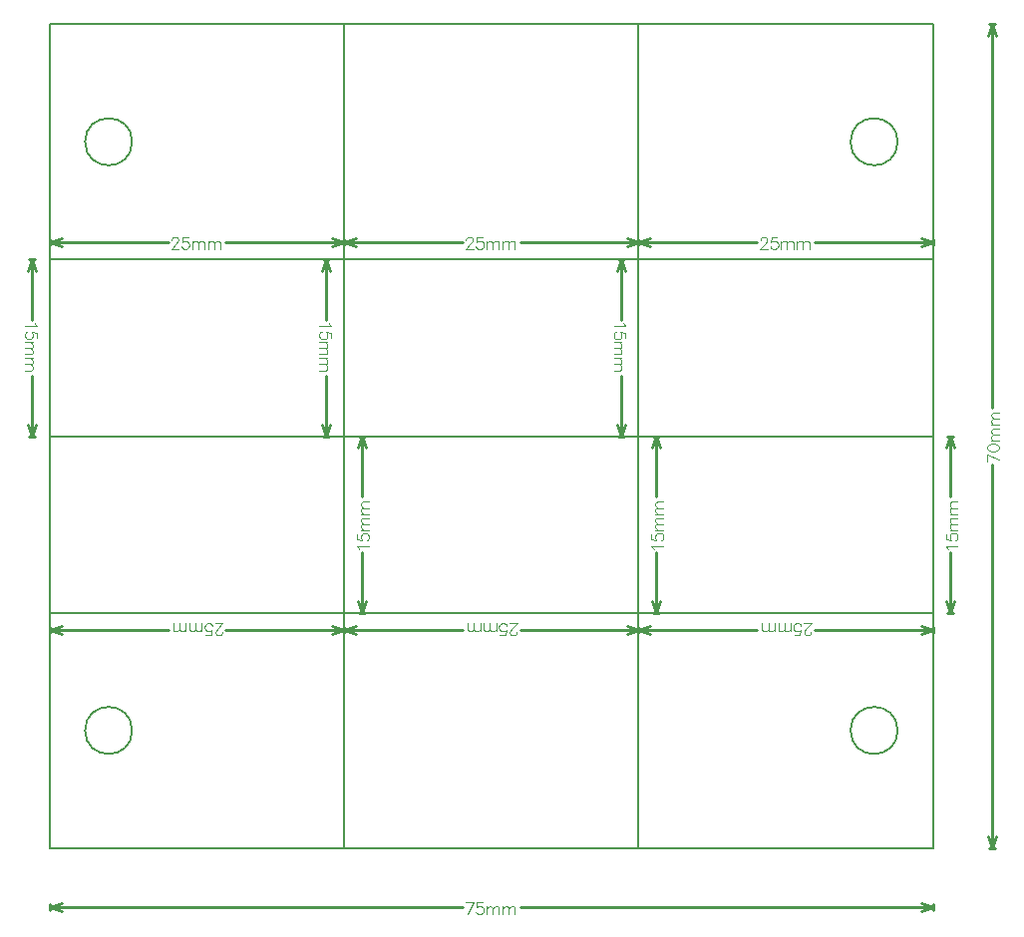
<source format=gko>
G04*
G04 #@! TF.GenerationSoftware,Altium Limited,Altium Designer,21.1.0 (24)*
G04*
G04 Layer_Color=16711935*
%FSLAX25Y25*%
%MOIN*%
G70*
G04*
G04 #@! TF.SameCoordinates,3801A82C-AC67-41FB-AA52-F7C80330A8D8*
G04*
G04*
G04 #@! TF.FilePolarity,Positive*
G04*
G01*
G75*
%ADD34C,0.00500*%
%ADD35C,0.00394*%
%ADD58C,0.01000*%
%ADD59C,0.00500*%
D34*
X283465Y39369D02*
G03*
X283465Y39369I-7874J0D01*
G01*
X27559D02*
G03*
X27559Y39369I-7874J0D01*
G01*
Y236221D02*
G03*
X27559Y236221I-7874J0D01*
G01*
X283465Y236220D02*
G03*
X283465Y236220I-7874J0D01*
G01*
X1Y0D02*
Y78740D01*
X0Y0D02*
X295276D01*
Y78740D01*
X98425Y0D02*
X98425Y275590D01*
X295275Y98425D02*
X295275Y78741D01*
X295274Y118111D02*
X295274Y98427D01*
X295275Y137795D02*
X295275Y118111D01*
X295273Y157482D02*
X295273Y137798D01*
X295274Y177166D02*
X295274Y157482D01*
X295275Y196850D02*
X295275Y177166D01*
X-1Y98425D02*
X-1Y78741D01*
X-2Y118111D02*
X-2Y98427D01*
X-1Y137795D02*
X-1Y118111D01*
X-2Y157482D02*
X-2Y137798D01*
X-2Y177166D02*
X-2Y157482D01*
X-1Y196850D02*
X-1Y177166D01*
X1Y78740D02*
X295276D01*
X1Y196850D02*
X295277D01*
X1D02*
Y216535D01*
X196850Y0D02*
X196850Y275590D01*
X1Y137795D02*
X295277D01*
X2Y275590D02*
X295277D01*
X2Y216535D02*
Y275590D01*
X295277Y196850D02*
Y275590D01*
X295276Y78740D02*
X196851D01*
X196851Y78740D02*
Y137795D01*
X196851Y78740D02*
Y137795D01*
X295276Y137795D02*
X196851D01*
X295276Y78740D02*
Y137795D01*
X196851Y78740D02*
X98426D01*
X98426Y78740D02*
Y137795D01*
X98426Y78740D02*
Y137795D01*
X196851Y137795D02*
X98426D01*
X196851Y78740D02*
Y137795D01*
X98426Y78740D02*
X1D01*
X1Y78740D02*
Y137795D01*
X1Y78740D02*
Y137795D01*
X98426Y137795D02*
X1D01*
X98426Y78740D02*
Y137795D01*
X1Y196850D02*
X98426D01*
X98426Y196850D02*
Y137795D01*
X98426Y196850D02*
Y137795D01*
X1Y137795D02*
X98426D01*
X1Y196850D02*
Y137795D01*
X98426Y196850D02*
X196851D01*
X196851Y196850D02*
Y137795D01*
X196851Y196850D02*
Y137795D01*
X98426Y137795D02*
X196851D01*
X98426Y196850D02*
Y137795D01*
X196851Y196850D02*
X295276D01*
X295276Y196850D02*
Y137795D01*
X295276Y196850D02*
Y137795D01*
X196851Y137795D02*
X295276D01*
X196851Y196850D02*
Y137795D01*
D35*
X141621Y-18111D02*
X139747Y-22047D01*
X138997Y-18111D02*
X141621D01*
X144751D02*
X142877D01*
X142689Y-19798D01*
X142877Y-19610D01*
X143439Y-19423D01*
X144001D01*
X144564Y-19610D01*
X144939Y-19985D01*
X145126Y-20547D01*
Y-20922D01*
X144939Y-21485D01*
X144564Y-21859D01*
X144001Y-22047D01*
X143439D01*
X142877Y-21859D01*
X142689Y-21672D01*
X142502Y-21297D01*
X146007Y-19423D02*
Y-22047D01*
Y-20173D02*
X146569Y-19610D01*
X146944Y-19423D01*
X147506D01*
X147881Y-19610D01*
X148069Y-20173D01*
Y-22047D01*
Y-20173D02*
X148631Y-19610D01*
X149006Y-19423D01*
X149568D01*
X149943Y-19610D01*
X150131Y-20173D01*
Y-22047D01*
X151368Y-19423D02*
Y-22047D01*
Y-20173D02*
X151930Y-19610D01*
X152305Y-19423D01*
X152867D01*
X153242Y-19610D01*
X153429Y-20173D01*
Y-22047D01*
Y-20173D02*
X153992Y-19610D01*
X154367Y-19423D01*
X154929D01*
X155304Y-19610D01*
X155491Y-20173D01*
Y-22047D01*
X313386Y131779D02*
X317322Y129904D01*
X313386Y129154D02*
Y131779D01*
Y133784D02*
X313574Y133222D01*
X314136Y132847D01*
X315073Y132659D01*
X315635D01*
X316573Y132847D01*
X317135Y133222D01*
X317322Y133784D01*
Y134159D01*
X317135Y134721D01*
X316573Y135096D01*
X315635Y135284D01*
X315073D01*
X314136Y135096D01*
X313574Y134721D01*
X313386Y134159D01*
Y133784D01*
X314698Y136164D02*
X317322D01*
X315448D02*
X314886Y136727D01*
X314698Y137102D01*
Y137664D01*
X314886Y138039D01*
X315448Y138226D01*
X317322D01*
X315448D02*
X314886Y138789D01*
X314698Y139163D01*
Y139726D01*
X314886Y140101D01*
X315448Y140288D01*
X317322D01*
X314698Y141525D02*
X317322D01*
X315448D02*
X314886Y142087D01*
X314698Y142462D01*
Y143025D01*
X314886Y143400D01*
X315448Y143587D01*
X317322D01*
X315448D02*
X314886Y144149D01*
X314698Y144524D01*
Y145087D01*
X314886Y145461D01*
X315448Y145649D01*
X317322D01*
X254517Y72197D02*
Y72010D01*
X254330Y71635D01*
X254142Y71448D01*
X253767Y71260D01*
X253018D01*
X252643Y71448D01*
X252455Y71635D01*
X252268Y72010D01*
Y72385D01*
X252455Y72760D01*
X252830Y73322D01*
X254705Y75196D01*
X252080D01*
X248950Y71260D02*
X250825D01*
X251012Y72947D01*
X250825Y72760D01*
X250262Y72572D01*
X249700D01*
X249138Y72760D01*
X248763Y73135D01*
X248575Y73697D01*
Y74072D01*
X248763Y74634D01*
X249138Y75009D01*
X249700Y75196D01*
X250262D01*
X250825Y75009D01*
X251012Y74822D01*
X251200Y74447D01*
X247694Y72572D02*
Y75196D01*
Y73322D02*
X247132Y72760D01*
X246757Y72572D01*
X246195D01*
X245820Y72760D01*
X245633Y73322D01*
Y75196D01*
Y73322D02*
X245070Y72760D01*
X244696Y72572D01*
X244133D01*
X243758Y72760D01*
X243571Y73322D01*
Y75196D01*
X242334Y72572D02*
Y75196D01*
Y73322D02*
X241772Y72760D01*
X241397Y72572D01*
X240834D01*
X240459Y72760D01*
X240272Y73322D01*
Y75196D01*
Y73322D02*
X239710Y72760D01*
X239335Y72572D01*
X238773D01*
X238398Y72760D01*
X238210Y73322D01*
Y75196D01*
X300357Y99936D02*
X300170Y100311D01*
X299607Y100873D01*
X303544D01*
X299607Y105072D02*
Y103198D01*
X301294Y103010D01*
X301107Y103198D01*
X300920Y103760D01*
Y104322D01*
X301107Y104884D01*
X301482Y105259D01*
X302044Y105447D01*
X302419D01*
X302981Y105259D01*
X303356Y104884D01*
X303544Y104322D01*
Y103760D01*
X303356Y103198D01*
X303169Y103010D01*
X302794Y102823D01*
X300920Y106328D02*
X303544D01*
X301669D02*
X301107Y106890D01*
X300920Y107265D01*
Y107827D01*
X301107Y108202D01*
X301669Y108389D01*
X303544D01*
X301669D02*
X301107Y108952D01*
X300920Y109327D01*
Y109889D01*
X301107Y110264D01*
X301669Y110451D01*
X303544D01*
X300920Y111688D02*
X303544D01*
X301669D02*
X301107Y112251D01*
X300920Y112626D01*
Y113188D01*
X301107Y113563D01*
X301669Y113750D01*
X303544D01*
X301669D02*
X301107Y114312D01*
X300920Y114687D01*
Y115250D01*
X301107Y115624D01*
X301669Y115812D01*
X303544D01*
X156092Y72197D02*
Y72010D01*
X155905Y71635D01*
X155717Y71448D01*
X155342Y71260D01*
X154593D01*
X154218Y71448D01*
X154030Y71635D01*
X153843Y72010D01*
Y72385D01*
X154030Y72760D01*
X154405Y73322D01*
X156280Y75196D01*
X153655D01*
X150525Y71260D02*
X152400D01*
X152587Y72947D01*
X152400Y72760D01*
X151837Y72572D01*
X151275D01*
X150713Y72760D01*
X150338Y73135D01*
X150150Y73697D01*
Y74072D01*
X150338Y74634D01*
X150713Y75009D01*
X151275Y75196D01*
X151837D01*
X152400Y75009D01*
X152587Y74822D01*
X152774Y74447D01*
X149269Y72572D02*
Y75196D01*
Y73322D02*
X148707Y72760D01*
X148332Y72572D01*
X147770D01*
X147395Y72760D01*
X147207Y73322D01*
Y75196D01*
Y73322D02*
X146645Y72760D01*
X146270Y72572D01*
X145708D01*
X145333Y72760D01*
X145146Y73322D01*
Y75196D01*
X143909Y72572D02*
Y75196D01*
Y73322D02*
X143346Y72760D01*
X142972Y72572D01*
X142409D01*
X142034Y72760D01*
X141847Y73322D01*
Y75196D01*
Y73322D02*
X141285Y72760D01*
X140910Y72572D01*
X140347D01*
X139972Y72760D01*
X139785Y73322D01*
Y75196D01*
X201932Y99936D02*
X201745Y100311D01*
X201182Y100873D01*
X205118D01*
X201182Y105072D02*
Y103198D01*
X202869Y103010D01*
X202682Y103198D01*
X202494Y103760D01*
Y104322D01*
X202682Y104884D01*
X203057Y105259D01*
X203619Y105447D01*
X203994D01*
X204556Y105259D01*
X204931Y104884D01*
X205118Y104322D01*
Y103760D01*
X204931Y103198D01*
X204744Y103010D01*
X204369Y102823D01*
X202494Y106328D02*
X205118D01*
X203244D02*
X202682Y106890D01*
X202494Y107265D01*
Y107827D01*
X202682Y108202D01*
X203244Y108389D01*
X205118D01*
X203244D02*
X202682Y108952D01*
X202494Y109327D01*
Y109889D01*
X202682Y110264D01*
X203244Y110451D01*
X205118D01*
X202494Y111688D02*
X205118D01*
X203244D02*
X202682Y112251D01*
X202494Y112626D01*
Y113188D01*
X202682Y113563D01*
X203244Y113750D01*
X205118D01*
X203244D02*
X202682Y114312D01*
X202494Y114687D01*
Y115250D01*
X202682Y115624D01*
X203244Y115812D01*
X205118D01*
X57667Y72197D02*
Y72010D01*
X57479Y71635D01*
X57292Y71448D01*
X56917Y71260D01*
X56167D01*
X55792Y71448D01*
X55605Y71635D01*
X55418Y72010D01*
Y72385D01*
X55605Y72760D01*
X55980Y73322D01*
X57854Y75196D01*
X55230D01*
X52100Y71260D02*
X53974D01*
X54162Y72947D01*
X53974Y72760D01*
X53412Y72572D01*
X52850D01*
X52287Y72760D01*
X51912Y73135D01*
X51725Y73697D01*
Y74072D01*
X51912Y74634D01*
X52287Y75009D01*
X52850Y75196D01*
X53412D01*
X53974Y75009D01*
X54162Y74822D01*
X54349Y74447D01*
X50844Y72572D02*
Y75196D01*
Y73322D02*
X50282Y72760D01*
X49907Y72572D01*
X49345D01*
X48970Y72760D01*
X48782Y73322D01*
Y75196D01*
Y73322D02*
X48220Y72760D01*
X47845Y72572D01*
X47283D01*
X46908Y72760D01*
X46720Y73322D01*
Y75196D01*
X45483Y72572D02*
Y75196D01*
Y73322D02*
X44921Y72760D01*
X44546Y72572D01*
X43984D01*
X43609Y72760D01*
X43422Y73322D01*
Y75196D01*
Y73322D02*
X42859Y72760D01*
X42485Y72572D01*
X41922D01*
X41547Y72760D01*
X41360Y73322D01*
Y75196D01*
X103507Y99936D02*
X103319Y100311D01*
X102757Y100873D01*
X106693D01*
X102757Y105072D02*
Y103198D01*
X104444Y103010D01*
X104257Y103198D01*
X104069Y103760D01*
Y104322D01*
X104257Y104884D01*
X104631Y105259D01*
X105194Y105447D01*
X105569D01*
X106131Y105259D01*
X106506Y104884D01*
X106693Y104322D01*
Y103760D01*
X106506Y103198D01*
X106318Y103010D01*
X105944Y102823D01*
X104069Y106328D02*
X106693D01*
X104819D02*
X104257Y106890D01*
X104069Y107265D01*
Y107827D01*
X104257Y108202D01*
X104819Y108389D01*
X106693D01*
X104819D02*
X104257Y108952D01*
X104069Y109327D01*
Y109889D01*
X104257Y110264D01*
X104819Y110451D01*
X106693D01*
X104069Y111688D02*
X106693D01*
X104819D02*
X104257Y112251D01*
X104069Y112626D01*
Y113188D01*
X104257Y113563D01*
X104819Y113750D01*
X106693D01*
X104819D02*
X104257Y114312D01*
X104069Y114687D01*
Y115250D01*
X104257Y115624D01*
X104819Y115812D01*
X106693D01*
X40760Y203393D02*
Y203580D01*
X40947Y203955D01*
X41135Y204143D01*
X41510Y204330D01*
X42259D01*
X42634Y204143D01*
X42822Y203955D01*
X43009Y203580D01*
Y203206D01*
X42822Y202831D01*
X42447Y202269D01*
X40573Y200394D01*
X43197D01*
X46327Y204330D02*
X44452D01*
X44265Y202643D01*
X44452Y202831D01*
X45015Y203018D01*
X45577D01*
X46139Y202831D01*
X46514Y202456D01*
X46702Y201894D01*
Y201519D01*
X46514Y200956D01*
X46139Y200582D01*
X45577Y200394D01*
X45015D01*
X44452Y200582D01*
X44265Y200769D01*
X44078Y201144D01*
X47583Y203018D02*
Y200394D01*
Y202269D02*
X48145Y202831D01*
X48520Y203018D01*
X49082D01*
X49457Y202831D01*
X49644Y202269D01*
Y200394D01*
Y202269D02*
X50207Y202831D01*
X50582Y203018D01*
X51144D01*
X51519Y202831D01*
X51706Y202269D01*
Y200394D01*
X52943Y203018D02*
Y200394D01*
Y202269D02*
X53506Y202831D01*
X53881Y203018D01*
X54443D01*
X54818Y202831D01*
X55005Y202269D01*
Y200394D01*
Y202269D02*
X55567Y202831D01*
X55942Y203018D01*
X56505D01*
X56879Y202831D01*
X57067Y202269D01*
Y200394D01*
X-5080Y175654D02*
X-4893Y175280D01*
X-4330Y174717D01*
X-8266D01*
X-4330Y170519D02*
Y172393D01*
X-6017Y172581D01*
X-5830Y172393D01*
X-5642Y171831D01*
Y171268D01*
X-5830Y170706D01*
X-6205Y170331D01*
X-6767Y170144D01*
X-7142D01*
X-7704Y170331D01*
X-8079Y170706D01*
X-8266Y171268D01*
Y171831D01*
X-8079Y172393D01*
X-7892Y172581D01*
X-7517Y172768D01*
X-5642Y169263D02*
X-8266D01*
X-6392D02*
X-5830Y168701D01*
X-5642Y168326D01*
Y167763D01*
X-5830Y167388D01*
X-6392Y167201D01*
X-8266D01*
X-6392D02*
X-5830Y166639D01*
X-5642Y166264D01*
Y165702D01*
X-5830Y165327D01*
X-6392Y165139D01*
X-8266D01*
X-5642Y163902D02*
X-8266D01*
X-6392D02*
X-5830Y163340D01*
X-5642Y162965D01*
Y162403D01*
X-5830Y162028D01*
X-6392Y161840D01*
X-8266D01*
X-6392D02*
X-5830Y161278D01*
X-5642Y160903D01*
Y160341D01*
X-5830Y159966D01*
X-6392Y159779D01*
X-8266D01*
X139185Y203393D02*
Y203580D01*
X139373Y203955D01*
X139560Y204143D01*
X139935Y204330D01*
X140685D01*
X141060Y204143D01*
X141247Y203955D01*
X141434Y203580D01*
Y203206D01*
X141247Y202831D01*
X140872Y202269D01*
X138998Y200394D01*
X141622D01*
X144752Y204330D02*
X142878D01*
X142690Y202643D01*
X142878Y202831D01*
X143440Y203018D01*
X144002D01*
X144564Y202831D01*
X144939Y202456D01*
X145127Y201894D01*
Y201519D01*
X144939Y200956D01*
X144564Y200582D01*
X144002Y200394D01*
X143440D01*
X142878Y200582D01*
X142690Y200769D01*
X142503Y201144D01*
X146008Y203018D02*
Y200394D01*
Y202269D02*
X146570Y202831D01*
X146945Y203018D01*
X147507D01*
X147882Y202831D01*
X148070Y202269D01*
Y200394D01*
Y202269D02*
X148632Y202831D01*
X149007Y203018D01*
X149569D01*
X149944Y202831D01*
X150131Y202269D01*
Y200394D01*
X151368Y203018D02*
Y200394D01*
Y202269D02*
X151931Y202831D01*
X152306Y203018D01*
X152868D01*
X153243Y202831D01*
X153430Y202269D01*
Y200394D01*
Y202269D02*
X153993Y202831D01*
X154367Y203018D01*
X154930D01*
X155305Y202831D01*
X155492Y202269D01*
Y200394D01*
X93345Y175654D02*
X93533Y175280D01*
X94095Y174717D01*
X90159D01*
X94095Y170519D02*
Y172393D01*
X92408Y172581D01*
X92595Y172393D01*
X92783Y171831D01*
Y171268D01*
X92595Y170706D01*
X92220Y170331D01*
X91658Y170144D01*
X91283D01*
X90721Y170331D01*
X90346Y170706D01*
X90159Y171268D01*
Y171831D01*
X90346Y172393D01*
X90534Y172581D01*
X90908Y172768D01*
X92783Y169263D02*
X90159D01*
X92033D02*
X92595Y168701D01*
X92783Y168326D01*
Y167763D01*
X92595Y167388D01*
X92033Y167201D01*
X90159D01*
X92033D02*
X92595Y166639D01*
X92783Y166264D01*
Y165702D01*
X92595Y165327D01*
X92033Y165139D01*
X90159D01*
X92783Y163902D02*
X90159D01*
X92033D02*
X92595Y163340D01*
X92783Y162965D01*
Y162403D01*
X92595Y162028D01*
X92033Y161840D01*
X90159D01*
X92033D02*
X92595Y161278D01*
X92783Y160903D01*
Y160341D01*
X92595Y159966D01*
X92033Y159779D01*
X90159D01*
X237610Y203393D02*
Y203580D01*
X237798Y203955D01*
X237985Y204143D01*
X238360Y204330D01*
X239110D01*
X239485Y204143D01*
X239672Y203955D01*
X239860Y203580D01*
Y203206D01*
X239672Y202831D01*
X239297Y202269D01*
X237423Y200394D01*
X240047D01*
X243177Y204330D02*
X241303D01*
X241115Y202643D01*
X241303Y202831D01*
X241865Y203018D01*
X242427D01*
X242990Y202831D01*
X243365Y202456D01*
X243552Y201894D01*
Y201519D01*
X243365Y200956D01*
X242990Y200582D01*
X242427Y200394D01*
X241865D01*
X241303Y200582D01*
X241115Y200769D01*
X240928Y201144D01*
X244433Y203018D02*
Y200394D01*
Y202269D02*
X244995Y202831D01*
X245370Y203018D01*
X245933D01*
X246307Y202831D01*
X246495Y202269D01*
Y200394D01*
Y202269D02*
X247057Y202831D01*
X247432Y203018D01*
X247994D01*
X248369Y202831D01*
X248557Y202269D01*
Y200394D01*
X249794Y203018D02*
Y200394D01*
Y202269D02*
X250356Y202831D01*
X250731Y203018D01*
X251293D01*
X251668Y202831D01*
X251855Y202269D01*
Y200394D01*
Y202269D02*
X252418Y202831D01*
X252793Y203018D01*
X253355D01*
X253730Y202831D01*
X253917Y202269D01*
Y200394D01*
X191770Y175654D02*
X191958Y175280D01*
X192520Y174717D01*
X188584D01*
X192520Y170519D02*
Y172393D01*
X190833Y172581D01*
X191021Y172393D01*
X191208Y171831D01*
Y171268D01*
X191021Y170706D01*
X190646Y170331D01*
X190083Y170144D01*
X189708D01*
X189146Y170331D01*
X188771Y170706D01*
X188584Y171268D01*
Y171831D01*
X188771Y172393D01*
X188959Y172581D01*
X189334Y172768D01*
X191208Y169263D02*
X188584D01*
X190458D02*
X191021Y168701D01*
X191208Y168326D01*
Y167763D01*
X191021Y167388D01*
X190458Y167201D01*
X188584D01*
X190458D02*
X191021Y166639D01*
X191208Y166264D01*
Y165702D01*
X191021Y165327D01*
X190458Y165139D01*
X188584D01*
X191208Y163902D02*
X188584D01*
X190458D02*
X191021Y163340D01*
X191208Y162965D01*
Y162403D01*
X191021Y162028D01*
X190458Y161840D01*
X188584D01*
X190458D02*
X191021Y161278D01*
X191208Y160903D01*
Y160341D01*
X191021Y159966D01*
X190458Y159779D01*
X188584D01*
D58*
X295276Y-20685D02*
Y-18685D01*
X0Y-20685D02*
Y-18685D01*
X291339Y-20997D02*
X295276Y-19685D01*
X291339Y-18373D02*
X295276Y-19685D01*
X0D02*
X3937Y-20997D01*
X0Y-19685D02*
X3937Y-18373D01*
X157279Y-19685D02*
X295276D01*
X0D02*
X137997D01*
X313961Y275590D02*
X315961D01*
X313961Y-0D02*
X315961D01*
X314961Y275590D02*
X316273Y271654D01*
X313648D02*
X314961Y275590D01*
Y-0D02*
X316273Y3937D01*
X313648D02*
X314961Y-0D01*
Y147436D02*
Y275590D01*
Y-0D02*
Y128154D01*
X302182Y137795D02*
X300182D01*
X302182Y78740D02*
X300182D01*
X302494Y133858D02*
X301182Y137795D01*
X299869Y133858D02*
X301182Y137795D01*
Y78740D02*
X302494Y82677D01*
X301182Y78740D02*
X299869Y82677D01*
X301182Y117599D02*
Y137795D01*
Y78740D02*
Y98936D01*
X196851Y71835D02*
Y73835D01*
X295276Y71835D02*
Y73835D01*
X196851Y72835D02*
X200788Y74147D01*
Y71522D02*
X196851Y72835D01*
X295276D02*
X291339Y74147D01*
Y71522D02*
X295276Y72835D01*
X236423D02*
X196851D01*
X295276D02*
X255705D01*
X203757Y137795D02*
X201757D01*
X203757Y78740D02*
X201757D01*
X204069Y133858D02*
X202757Y137795D01*
X201444Y133858D02*
X202757Y137795D01*
Y78740D02*
X204069Y82677D01*
X202757Y78740D02*
X201444Y82677D01*
X202757Y117599D02*
Y137795D01*
Y78740D02*
Y98936D01*
X98426Y71835D02*
Y73835D01*
X196851Y71835D02*
Y73835D01*
X98426Y72835D02*
X102363Y74147D01*
Y71522D02*
X98426Y72835D01*
X196851D02*
X192914Y74147D01*
Y71522D02*
X196851Y72835D01*
X137998D02*
X98426D01*
X196851D02*
X157280D01*
X105332Y137795D02*
X103331D01*
X105332Y78740D02*
X103331D01*
X105644Y133858D02*
X104332Y137795D01*
X103019Y133858D02*
X104332Y137795D01*
Y78740D02*
X105644Y82677D01*
X104332Y78740D02*
X103019Y82677D01*
X104332Y117599D02*
Y137795D01*
Y78740D02*
Y98936D01*
X1Y71835D02*
Y73835D01*
X98426Y71835D02*
Y73835D01*
X1Y72835D02*
X3938Y74147D01*
Y71522D02*
X1Y72835D01*
X98426D02*
X94489Y74147D01*
Y71522D02*
X98426Y72835D01*
X39573D02*
X1D01*
X98426D02*
X58854D01*
X-6905Y137795D02*
X-4905D01*
X-6905Y196850D02*
X-4905D01*
X-7217Y141732D02*
X-5905Y137795D01*
X-4592Y141732D02*
X-5905Y137795D01*
Y196850D02*
X-7217Y192913D01*
X-5905Y196850D02*
X-4592Y192913D01*
X-5905Y157991D02*
Y137795D01*
Y196850D02*
Y176655D01*
X98426Y203756D02*
Y201756D01*
X1Y203756D02*
Y201756D01*
X98426Y202756D02*
X94489Y201444D01*
Y204068D02*
X98426Y202756D01*
X1D02*
X3938Y201444D01*
Y204068D02*
X1Y202756D01*
X58854D02*
X98426D01*
X1D02*
X39573D01*
X91521Y137795D02*
X93520D01*
X91521Y196850D02*
X93520D01*
X91208Y141732D02*
X92520Y137795D01*
X93833Y141732D02*
X92520Y137795D01*
Y196850D02*
X91208Y192913D01*
X92520Y196850D02*
X93833Y192913D01*
X92520Y157991D02*
Y137795D01*
Y196850D02*
Y176655D01*
X196851Y203756D02*
Y201756D01*
X98426Y203756D02*
Y201756D01*
X196851Y202756D02*
X192914Y201444D01*
Y204068D02*
X196851Y202756D01*
X98426D02*
X102363Y201444D01*
Y204068D02*
X98426Y202756D01*
X157280D02*
X196851D01*
X98426D02*
X137998D01*
X189946Y137795D02*
X191946D01*
X189946Y196850D02*
X191946D01*
X189633Y141732D02*
X190946Y137795D01*
X192258Y141732D02*
X190946Y137795D01*
Y196850D02*
X189633Y192913D01*
X190946Y196850D02*
X192258Y192913D01*
X190946Y157991D02*
Y137795D01*
Y196850D02*
Y176655D01*
X295276Y203756D02*
Y201756D01*
X196851Y203756D02*
Y201756D01*
X295276Y202756D02*
X291339Y201444D01*
Y204068D02*
X295276Y202756D01*
X196851D02*
X200788Y201444D01*
Y204068D02*
X196851Y202756D01*
X255705D02*
X295276D01*
X196851D02*
X236423D01*
D59*
X196851Y137795D02*
D03*
D03*
X98426D02*
D03*
D03*
X1D02*
D03*
D03*
X98426Y137795D02*
D03*
D03*
X196851D02*
D03*
D03*
X295276D02*
D03*
D03*
M02*

</source>
